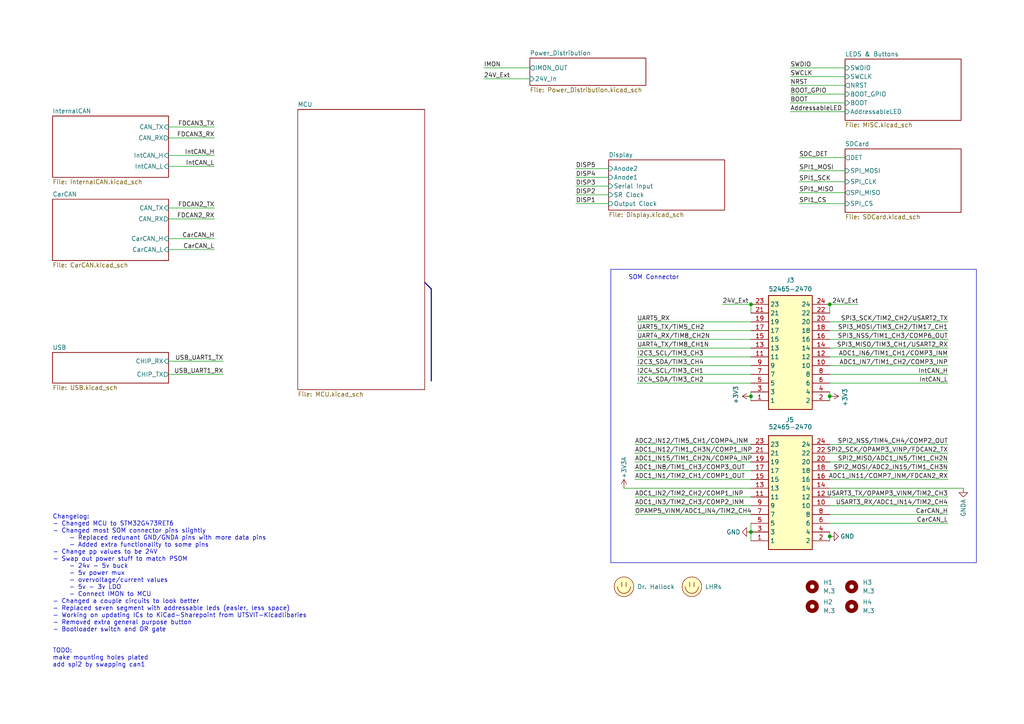
<source format=kicad_sch>
(kicad_sch (version 20250114) (generator "eeschema") (generator_version "9.0")
  (paper "A4")
  (lib_symbols
    (symbol "LSOM_DaughterConn_1"
      (symbol "LSOM_DaughterConn_1_1_1"
        (rectangle (start -14.478 -10.16) (end 14.478 -63.5) (stroke (width 0.254)) (fill (type background)))
        (polyline (pts (xy 0 -20.066) (xy 0 -14.732)))
        (polyline (pts (xy 0 -33.274) (xy 0 -23.368)))
        (polyline (pts (xy 0 -46.482) (xy 0 -36.83)))
        (polyline (pts (xy 0 -59.944) (xy 0 -49.784)))
        (text "UART" (at -1.524 -27.686 900) (effects (font (size 1.27 1.27))))
        (text "I2C" (at -1.524 -41.402 900) (effects (font (size 1.27 1.27))))
        (text "SPI" (at -1.524 -54.864 900) (effects (font (size 1.27 1.27))))
        (text "ADC" (at -1.27 -17.272 900) (effects (font (size 1.27 1.27))))
        (text "Part A" (at 0 -11.43 0) (effects (font (size 1.27 1.27))))
        (pin output line (at -19.812 -38.862 0) (length 5.08) (name "+3.3V") (number "1"))
        (pin output line (at -19.812 -41.402 0) (length 5.08) (name "+3.3V") (number "2"))
        (pin output line (at -19.812 -43.942 0) (length 5.08) (name "+3.3V") (number "3"))
        (pin output line (at -19.812 -46.482 0) (length 5.08) (name "+3.3V") (number "4"))
        (pin input line (at -19.558 -17.526 0) (length 5.08) (name "24VExt") (number "21"))
        (pin input line (at -19.558 -20.066 0) (length 5.08) (name "24VExt") (number "22"))
        (pin input line (at -19.558 -22.606 0) (length 5.08) (name "24VExt") (number "23"))
        (pin input line (at -19.558 -25.146 0) (length 5.08) (name "24VExt") (number "24"))
        (pin input line (at -19.558 -30.734 0) (length 5.08) (name "IntCAN_L") (number "8"))
        (pin input line (at -19.558 -33.274 0) (length 5.08) (name "IntCAN_H") (number "6"))
        (pin no_connect line (at -19.558 -51.816 0) (length 5.08) (name "MNT") (number "49"))
        (pin no_connect line (at -19.558 -54.356 0) (length 5.08) (name "MNT") (number "50"))
        (pin no_connect line (at -19.558 -56.642 0) (length 5.08) (name "MNT") (number "51"))
        (pin no_connect line (at -19.558 -58.928 0) (length 5.08) (name "MNT") (number "52"))
        (pin input line (at 19.558 -16.256 180) (length 5.08) (name "ADC1_IN7") (number "10"))
        (pin input line (at 19.558 -18.796 180) (length 5.08) (name "ADC1_IN6") (number "12"))
        (pin bidirectional line (at 19.558 -24.384 180) (length 5.08) (name "UART4_TX") (number "13"))
        (pin bidirectional line (at 19.558 -26.924 180) (length 5.08) (name "UART4_RX") (number "15"))
        (pin bidirectional line (at 19.558 -29.464 180) (length 5.08) (name "UART5_TX") (number "17"))
        (pin bidirectional line (at 19.558 -32.004 180) (length 5.08) (name "UART5_RX") (number "19"))
        (pin bidirectional line (at 19.558 -37.846 180) (length 5.08) (name "I2C4_SDA") (number "5"))
        (pin input line (at 19.558 -40.386 180) (length 5.08) (name "I2C4_SCL") (number "7"))
        (pin bidirectional line (at 19.558 -42.926 180) (length 5.08) (name "I2C3_SDA") (number "9"))
        (pin input line (at 19.558 -45.466 180) (length 5.08) (name "I2C3_SCL") (number "11"))
        (pin input line (at 19.558 -51.054 180) (length 5.08) (name "SPI3_MISO") (number "14"))
        (pin output line (at 19.558 -53.594 180) (length 5.08) (name "SPI3_NSS") (number "16"))
        (pin output line (at 19.558 -56.134 180) (length 5.08) (name "SPI3_MOSI") (number "18"))
        (pin output line (at 19.558 -58.166 180) (length 5.08) (name "SPI3_SCK") (number "20"))
      )
      (symbol "LSOM_DaughterConn_1_2_1"
        (rectangle (start -14.478 -10.16) (end 14.478 -63.246) (stroke (width 0.254)) (fill (type background)))
        (polyline (pts (xy 0 -36.576) (xy 0 -13.716)))
        (polyline (pts (xy 0 -45.974) (xy 0 -40.132)))
        (polyline (pts (xy 0 -59.436) (xy 0 -49.784)))
        (text "ADC" (at -1.27 -25.908 900) (effects (font (size 1.27 1.27))))
        (text "USART" (at -1.27 -43.18 900) (effects (font (size 1.27 1.27))))
        (text "SPI" (at -1.27 -54.61 900) (effects (font (size 1.27 1.27))))
        (text "Part B" (at 0 -11.938 0) (effects (font (size 1.27 1.27))))
        (pin output line (at -19.558 -16.51 0) (length 5.08) (name "+3.3VA") (number "37"))
        (pin input line (at -19.558 -22.86 0) (length 5.08) (name "CarCAN_L") (number "32"))
        (pin input line (at -19.558 -25.4 0) (length 5.08) (name "CarCAN_H") (number "30"))
        (pin input line (at -19.558 -38.1 0) (length 5.08) (name "GNDA") (number "38"))
        (pin input line (at -19.558 -44.45 0) (length 5.08) (name "GND") (number "25"))
        (pin input line (at -19.558 -46.99 0) (length 5.08) (name "GND") (number "26"))
        (pin input line (at -19.558 -49.53 0) (length 5.08) (name "GND") (number "27"))
        (pin input line (at -19.558 -52.07 0) (length 5.08) (name "GND") (number "28"))
        (pin input line (at -19.558 -54.61 0) (length 5.08) (name "GND") (number "29"))
        (pin input line (at 19.558 -15.24 180) (length 5.08) (name "OPAMP5_VINM") (number "31"))
        (pin output line (at 19.558 -17.78 180) (length 5.08) (name "ADC1_IN3") (number "33"))
        (pin output line (at 19.558 -20.32 180) (length 5.08) (name "ADC1_IN2") (number "35"))
        (pin output line (at 19.558 -22.86 180) (length 5.08) (name "ADC1_IN1") (number "39"))
        (pin input line (at 19.558 -25.4 180) (length 5.08) (name "ADC1_IN11") (number "40"))
        (pin input line (at 19.558 -27.94 180) (length 5.08) (name "ADC1_IN8") (number "41"))
        (pin input line (at 19.558 -30.48 180) (length 5.08) (name "ADC1_IN15") (number "43"))
        (pin output line (at 19.558 -33.02 180) (length 5.08) (name "ADC1_IN12") (number "45"))
        (pin output line (at 19.558 -35.56 180) (length 5.08) (name "ADC2_IN12") (number "47"))
        (pin output line (at 19.558 -41.91 180) (length 5.08) (name "USART3_RX") (number "34"))
        (pin output line (at 19.558 -44.45 180) (length 5.08) (name "USART3_TX") (number "36"))
        (pin output line (at 19.558 -50.8 180) (length 5.08) (name "SPI2_MOSI") (number "42"))
        (pin input line (at 19.558 -53.34 180) (length 5.08) (name "SPI2_MISO") (number "44"))
        (pin output line (at 19.558 -55.88 180) (length 5.08) (name "SPI2_SCK") (number "46"))
        (pin output line (at 19.558 -58.42 180) (length 5.08) (name "SPI2_NSS") (number "48"))
      )
    )
    (symbol "Mechanical:MountingHole" (pin_names (offset 1.016)) (exclude_from_sim yes) (in_bom no)
      (property "Reference" "H" (at 0 5.08 0))
      (property "Value" "MountingHole" (at 0 3.175 0))
      (symbol "MountingHole_0_1"
        (circle (center 0 0) (radius 1.27) (stroke (width 1.27)))
      )
    )
    (symbol "UTSVT-Connectors:52465-2470"
      (property "Reference" "J" (at 10.16 7.366 0))
      (property "Value" "52465-2470" (at 5.334 4.826 0))
      (symbol "52465-2470_1_1"
        (rectangle (start 5.08 2.54) (end 17.78 -30.48) (stroke (width 0.254)) (fill (type background)))
        (pin passive line (at 0 0 0) (length 5.08) (name "23") (number "23"))
        (pin passive line (at 0 -2.54 0) (length 5.08) (name "21") (number "21"))
        (pin passive line (at 0 -5.08 0) (length 5.08) (name "19") (number "19"))
        (pin passive line (at 0 -7.62 0) (length 5.08) (name "17") (number "17"))
        (pin passive line (at 0 -10.16 0) (length 5.08) (name "15") (number "15"))
        (pin passive line (at 0 -12.7 0) (length 5.08) (name "13") (number "13"))
        (pin passive line (at 0 -15.24 0) (length 5.08) (name "11") (number "11"))
        (pin passive line (at 0 -17.78 0) (length 5.08) (name "9") (number "9"))
        (pin passive line (at 0 -20.32 0) (length 5.08) (name "7") (number "7"))
        (pin passive line (at 0 -22.86 0) (length 5.08) (name "5") (number "5"))
        (pin passive line (at 0 -25.4 0) (length 5.08) (name "3") (number "3"))
        (pin passive line (at 0 -27.94 0) (length 5.08) (name "1") (number "1"))
        (pin passive line (at 22.86 0 180) (length 5.08) (name "24") (number "24"))
        (pin passive line (at 22.86 -2.54 180) (length 5.08) (name "22") (number "22"))
        (pin passive line (at 22.86 -5.08 180) (length 5.08) (name "20") (number "20"))
        (pin passive line (at 22.86 -7.62 180) (length 5.08) (name "18") (number "18"))
        (pin passive line (at 22.86 -10.16 180) (length 5.08) (name "16") (number "16"))
        (pin passive line (at 22.86 -12.7 180) (length 5.08) (name "14") (number "14"))
        (pin passive line (at 22.86 -15.24 180) (length 5.08) (name "12") (number "12"))
        (pin passive line (at 22.86 -17.78 180) (length 5.08) (name "10") (number "10"))
        (pin passive line (at 22.86 -20.32 180) (length 5.08) (name "8") (number "8"))
        (pin passive line (at 22.86 -22.86 180) (length 5.08) (name "6") (number "6"))
        (pin passive line (at 22.86 -25.4 180) (length 5.08) (name "4") (number "4"))
        (pin passive line (at 22.86 -27.94 180) (length 5.08) (name "2") (number "2"))
      )
    )
    (symbol "UTSVT-Connectors:LSOM_DaughterConn"
      (symbol "LSOM_DaughterConn_1_1"
        (rectangle (start -14.478 -10.16) (end 14.478 -63.5) (stroke (width 0.254)) (fill (type background)))
        (polyline (pts (xy 0 -20.066) (xy 0 -14.732)))
        (polyline (pts (xy 0 -33.274) (xy 0 -23.368)))
        (polyline (pts (xy 0 -46.482) (xy 0 -36.83)))
        (polyline (pts (xy 0 -59.944) (xy 0 -49.784)))
        (text "UART" (at -1.524 -27.686 900) (effects (font (size 1.27 1.27))))
        (text "I2C" (at -1.524 -41.402 900) (effects (font (size 1.27 1.27))))
        (text "SPI" (at -1.524 -54.864 900) (effects (font (size 1.27 1.27))))
        (text "ADC" (at -1.27 -17.272 900) (effects (font (size 1.27 1.27))))
        (text "Part A" (at 0 -11.43 0) (effects (font (size 1.27 1.27))))
        (pin output line (at -19.812 -38.862 0) (length 5.08) (name "+3.3V") (number "1"))
        (pin output line (at -19.812 -41.402 0) (length 5.08) (name "+3.3V") (number "2"))
        (pin output line (at -19.812 -43.942 0) (length 5.08) (name "+3.3V") (number "3"))
        (pin output line (at -19.812 -46.482 0) (length 5.08) (name "+3.3V") (number "4"))
        (pin input line (at -19.558 -17.526 0) (length 5.08) (name "24VExt") (number "21"))
        (pin input line (at -19.558 -20.066 0) (length 5.08) (name "24VExt") (number "22"))
        (pin input line (at -19.558 -22.606 0) (length 5.08) (name "24VExt") (number "23"))
        (pin input line (at -19.558 -25.146 0) (length 5.08) (name "24VExt") (number "24"))
        (pin input line (at -19.558 -30.734 0) (length 5.08) (name "IntCAN_L") (number "8"))
        (pin input line (at -19.558 -33.274 0) (length 5.08) (name "IntCAN_H") (number "6"))
        (pin no_connect line (at -19.558 -51.816 0) (length 5.08) (name "MNT") (number "49"))
        (pin no_connect line (at -19.558 -54.356 0) (length 5.08) (name "MNT") (number "50"))
        (pin no_connect line (at -19.558 -56.642 0) (length 5.08) (name "MNT") (number "51"))
        (pin no_connect line (at -19.558 -58.928 0) (length 5.08) (name "MNT") (number "52"))
        (pin input line (at 19.558 -16.256 180) (length 5.08) (name "ADC1_IN7") (number "10"))
        (pin input line (at 19.558 -18.796 180) (length 5.08) (name "ADC1_IN6") (number "12"))
        (pin bidirectional line (at 19.558 -24.384 180) (length 5.08) (name "UART4_TX") (number "13"))
        (pin bidirectional line (at 19.558 -26.924 180) (length 5.08) (name "UART4_RX") (number "15"))
        (pin bidirectional line (at 19.558 -29.464 180) (length 5.08) (name "UART5_TX") (number "17"))
        (pin bidirectional line (at 19.558 -32.004 180) (length 5.08) (name "UART5_RX") (number "19"))
        (pin bidirectional line (at 19.558 -37.846 180) (length 5.08) (name "I2C4_SDA") (number "5"))
        (pin input line (at 19.558 -40.386 180) (length 5.08) (name "I2C4_SCL") (number "7"))
        (pin bidirectional line (at 19.558 -42.926 180) (length 5.08) (name "I2C3_SDA") (number "9"))
        (pin input line (at 19.558 -45.466 180) (length 5.08) (name "I2C3_SCL") (number "11"))
        (pin input line (at 19.558 -51.054 180) (length 5.08) (name "SPI3_MISO") (number "14"))
        (pin output line (at 19.558 -53.594 180) (length 5.08) (name "SPI3_NSS") (number "16"))
        (pin output line (at 19.558 -56.134 180) (length 5.08) (name "SPI3_MOSI") (number "18"))
        (pin output line (at 19.558 -58.166 180) (length 5.08) (name "SPI3_SCK") (number "20"))
      )
      (symbol "LSOM_DaughterConn_2_1"
        (rectangle (start -14.478 -10.16) (end 14.478 -63.246) (stroke (width 0.254)) (fill (type background)))
        (polyline (pts (xy 0 -36.576) (xy 0 -13.716)))
        (polyline (pts (xy 0 -45.974) (xy 0 -40.132)))
        (polyline (pts (xy 0 -59.436) (xy 0 -49.784)))
        (text "ADC" (at -1.27 -25.908 900) (effects (font (size 1.27 1.27))))
        (text "USART" (at -1.27 -43.18 900) (effects (font (size 1.27 1.27))))
        (text "SPI" (at -1.27 -54.61 900) (effects (font (size 1.27 1.27))))
        (text "Part B" (at 0 -11.938 0) (effects (font (size 1.27 1.27))))
        (pin output line (at -19.558 -16.51 0) (length 5.08) (name "+3.3VA") (number "37"))
        (pin input line (at -19.558 -22.86 0) (length 5.08) (name "CarCAN_L") (number "32"))
        (pin input line (at -19.558 -25.4 0) (length 5.08) (name "CarCAN_H") (number "30"))
        (pin input line (at -19.558 -38.1 0) (length 5.08) (name "GNDA") (number "38"))
        (pin input line (at -19.558 -44.45 0) (length 5.08) (name "GND") (number "25"))
        (pin input line (at -19.558 -46.99 0) (length 5.08) (name "GND") (number "26"))
        (pin input line (at -19.558 -49.53 0) (length 5.08) (name "GND") (number "27"))
        (pin input line (at -19.558 -52.07 0) (length 5.08) (name "GND") (number "28"))
        (pin input line (at -19.558 -54.61 0) (length 5.08) (name "GND") (number "29"))
        (pin input line (at 19.558 -15.24 180) (length 5.08) (name "OPAMP5_VINM") (number "31"))
        (pin output line (at 19.558 -17.78 180) (length 5.08) (name "ADC1_IN3") (number "33"))
        (pin output line (at 19.558 -20.32 180) (length 5.08) (name "ADC1_IN2") (number "35"))
        (pin output line (at 19.558 -22.86 180) (length 5.08) (name "ADC1_IN1") (number "39"))
        (pin input line (at 19.558 -25.4 180) (length 5.08) (name "ADC1_IN11") (number "40"))
        (pin input line (at 19.558 -27.94 180) (length 5.08) (name "ADC1_IN8") (number "41"))
        (pin input line (at 19.558 -30.48 180) (length 5.08) (name "ADC1_IN15") (number "43"))
        (pin output line (at 19.558 -33.02 180) (length 5.08) (name "ADC1_IN12") (number "45"))
        (pin output line (at 19.558 -35.56 180) (length 5.08) (name "ADC2_IN12") (number "47"))
        (pin output line (at 19.558 -41.91 180) (length 5.08) (name "USART3_RX") (number "34"))
        (pin output line (at 19.558 -44.45 180) (length 5.08) (name "USART3_TX") (number "36"))
        (pin output line (at 19.558 -50.8 180) (length 5.08) (name "SPI2_MOSI") (number "42"))
        (pin input line (at 19.558 -53.34 180) (length 5.08) (name "SPI2_MISO") (number "44"))
        (pin output line (at 19.558 -55.88 180) (length 5.08) (name "SPI2_SCK") (number "46"))
        (pin output line (at 19.558 -58.42 180) (length 5.08) (name "SPI2_NSS") (number "48"))
      )
    )
    (symbol "UTSVT-Misc:Logo_Placeholder" (pin_names (offset 1.016))
      (property "Value" "Dr. Hallock" (at 3.556 0 0))
      (symbol "Logo_Placeholder_0_1"
        (polyline (pts (xy -0.635 1.27) (xy -0.635 0)))
        (arc (start 1.905 0) (mid 0 -1.8967) (end -1.905 0))
        (circle (center 0 0) (radius 2.8448) (fill (type background)))
        (polyline (pts (xy 0.635 1.27) (xy 0.635 0)))
      )
    )
    (symbol "power:+3.3V" (power) (pin_numbers (hide yes)) (pin_names (offset 0) (hide yes))
      (property "Value" "+3.3V" (at 0 3.556 0))
      (symbol "+3.3V_0_1"
        (polyline (pts (xy -0.762 1.27) (xy 0 2.54)))
        (polyline (pts (xy 0 2.54) (xy 0.762 1.27)))
        (polyline (pts (xy 0 0) (xy 0 2.54)))
      )
      (symbol "+3.3V_1_1"
        (pin power_in line (at 0 0 90) (length 0) (name "~") (number "1"))
      )
    )
    (symbol "power:+3.3VA" (power) (pin_numbers (hide yes)) (pin_names (offset 0) (hide yes))
      (property "Value" "+3.3VA" (at 0 3.556 0))
      (symbol "+3.3VA_0_1"
        (polyline (pts (xy -0.762 1.27) (xy 0 2.54)))
        (polyline (pts (xy 0 2.54) (xy 0.762 1.27)))
        (polyline (pts (xy 0 0) (xy 0 2.54)))
      )
      (symbol "+3.3VA_1_1"
        (pin power_in line (at 0 0 90) (length 0) (name "~") (number "1"))
      )
    )
    (symbol "power:GND" (power) (pin_numbers (hide yes)) (pin_names (offset 0) (hide yes))
      (property "Value" "GND" (at 0 -3.81 0))
      (symbol "GND_0_1"
        (polyline (pts (xy 0 0) (xy 0 -1.27) (xy 1.27 -1.27) (xy 0 -2.54) (xy -1.27 -1.27) (xy 0 -1.27)))
      )
      (symbol "GND_1_1"
        (pin power_in line (at 0 0 270) (length 0) (name "~") (number "1"))
      )
    )
    (symbol "power:GNDA" (power) (pin_numbers (hide yes)) (pin_names (offset 0) (hide yes))
      (property "Value" "GNDA" (at 0 -3.81 0))
      (symbol "GNDA_0_1"
        (polyline (pts (xy 0 0) (xy 0 -1.27) (xy 1.27 -1.27) (xy 0 -2.54) (xy -1.27 -1.27) (xy 0 -1.27)))
      )
      (symbol "GNDA_1_1"
        (pin power_in line (at 0 0 270) (length 0) (name "~") (number "1"))
      )
    )
  )
  (rectangle (start 177.165 78.105) (end 283.21 163.195))
  (text "Changelog:\n- Changed MCU to STM32G473RET6\n- Changed most SOM connector pins slightly\n	- Replaced redunant GND/GNDA pins with more data pins\n	- Added extra functionality to some pins\n- Change pp values to be 24V\n- Swap out power stuff to match PSOM\n	- 24v - 5v buck\n	- 5v power mux\n	- overvoltage/current values\n	- 5v - 3v LDO\n	- Connect IMON to MCU\n- Changed a couple circuits to look better\n- Replaced seven segment with addressable leds (easier, less space)\n- Working on updating ICs to KiCad-Sharepoint from UTSVIT-Kicadlibaries\n- Removed extra general purpose button\n- Bootloader switch and OR gate\n\n\nTODO: \nmake mounting holes plated\nadd spi2 by swapping can1" (at 15.24 149.225 0) (effects (font (size 1.27 1.27)) (justify left top)))
  (text "SOM Connector" (at 182.245 81.28 0) (effects (font (size 1.27 1.27)) (justify left bottom)))
  (junction (at 217.805 88.265))
  (junction (at 240.665 88.265))
  (junction (at 217.805 154.305))
  (junction (at 217.805 114.935))
  (junction (at 240.665 114.935))
  (junction (at 240.665 155.575))
  (wire (pts (xy 245.11 52.705) (xy 231.775 52.705)))
  (wire (pts (xy 184.15 133.985) (xy 217.805 133.985)))
  (wire (pts (xy 209.55 88.265) (xy 217.805 88.265)))
  (wire (pts (xy 48.895 63.5) (xy 62.23 63.5)))
  (wire (pts (xy 240.665 100.965) (xy 274.955 100.965)))
  (wire (pts (xy 184.785 111.125) (xy 217.805 111.125)))
  (wire (pts (xy 184.785 98.425) (xy 217.805 98.425)))
  (wire (pts (xy 184.785 108.585) (xy 217.805 108.585)))
  (wire (pts (xy 245.11 22.225) (xy 229.235 22.225)))
  (wire (pts (xy 240.665 111.125) (xy 274.955 111.125)))
  (wire (pts (xy 229.235 19.685) (xy 245.11 19.685)))
  (wire (pts (xy 240.665 106.045) (xy 274.955 106.045)))
  (wire (pts (xy 245.11 55.88) (xy 231.775 55.88)))
  (wire (pts (xy 184.785 95.885) (xy 217.805 95.885)))
  (wire (pts (xy 48.895 69.215) (xy 62.23 69.215)))
  (wire (pts (xy 217.805 88.265) (xy 217.805 90.805)))
  (wire (pts (xy 184.15 146.685) (xy 217.805 146.685)))
  (wire (pts (xy 153.67 19.685) (xy 140.335 19.685)))
  (wire (pts (xy 48.895 45.085) (xy 62.23 45.085)))
  (wire (pts (xy 240.665 151.765) (xy 274.955 151.765)))
  (bus (pts (xy 123.19 81.915) (xy 125.095 83.82)))
  (wire (pts (xy 48.895 36.83) (xy 62.23 36.83)))
  (wire (pts (xy 245.11 49.53) (xy 231.775 49.53)))
  (wire (pts (xy 176.53 53.975) (xy 167.005 53.975)))
  (wire (pts (xy 240.665 136.525) (xy 274.955 136.525)))
  (wire (pts (xy 167.005 59.055) (xy 176.53 59.055)))
  (wire (pts (xy 217.805 151.765) (xy 217.805 154.305)))
  (wire (pts (xy 240.665 98.425) (xy 274.955 98.425)))
  (wire (pts (xy 48.895 60.325) (xy 62.23 60.325)))
  (wire (pts (xy 279.4 141.605) (xy 240.665 141.605)))
  (wire (pts (xy 217.805 154.305) (xy 217.805 156.845)))
  (wire (pts (xy 176.53 56.515) (xy 167.005 56.515)))
  (bus (pts (xy 125.095 83.82) (xy 125.095 110.49)))
  (wire (pts (xy 240.665 128.905) (xy 274.955 128.905)))
  (wire (pts (xy 240.665 149.225) (xy 274.955 149.225)))
  (wire (pts (xy 184.15 144.145) (xy 217.805 144.145)))
  (wire (pts (xy 240.665 113.665) (xy 240.665 114.935)))
  (wire (pts (xy 240.665 103.505) (xy 274.955 103.505)))
  (wire (pts (xy 184.785 93.345) (xy 217.805 93.345)))
  (wire (pts (xy 153.67 22.86) (xy 140.335 22.86)))
  (wire (pts (xy 240.665 95.885) (xy 274.955 95.885)))
  (wire (pts (xy 245.11 45.72) (xy 231.775 45.72)))
  (wire (pts (xy 184.15 149.225) (xy 217.805 149.225)))
  (wire (pts (xy 176.53 48.895) (xy 167.005 48.895)))
  (wire (pts (xy 240.665 155.575) (xy 240.665 156.845)))
  (wire (pts (xy 240.665 146.685) (xy 274.955 146.685)))
  (wire (pts (xy 48.895 104.775) (xy 64.77 104.775)))
  (wire (pts (xy 245.11 24.765) (xy 229.235 24.765)))
  (wire (pts (xy 184.15 128.905) (xy 217.805 128.905)))
  (wire (pts (xy 184.15 131.445) (xy 217.805 131.445)))
  (wire (pts (xy 184.785 103.505) (xy 217.805 103.505)))
  (wire (pts (xy 245.11 32.385) (xy 229.235 32.385)))
  (wire (pts (xy 240.665 108.585) (xy 274.955 108.585)))
  (wire (pts (xy 217.805 114.935) (xy 217.805 116.205)))
  (wire (pts (xy 48.895 72.39) (xy 62.23 72.39)))
  (wire (pts (xy 240.665 144.145) (xy 274.955 144.145)))
  (wire (pts (xy 176.53 51.435) (xy 167.005 51.435)))
  (wire (pts (xy 180.975 141.605) (xy 217.805 141.605)))
  (wire (pts (xy 240.665 93.345) (xy 274.955 93.345)))
  (wire (pts (xy 184.15 136.525) (xy 217.805 136.525)))
  (wire (pts (xy 240.665 131.445) (xy 274.955 131.445)))
  (wire (pts (xy 184.785 106.045) (xy 217.805 106.045)))
  (wire (pts (xy 240.665 154.305) (xy 240.665 155.575)))
  (wire (pts (xy 240.665 133.985) (xy 274.955 133.985)))
  (wire (pts (xy 245.11 29.845) (xy 229.235 29.845)))
  (wire (pts (xy 245.11 27.305) (xy 229.235 27.305)))
  (wire (pts (xy 48.895 40.005) (xy 62.23 40.005)))
  (wire (pts (xy 240.665 139.065) (xy 274.955 139.065)))
  (wire (pts (xy 240.665 114.935) (xy 240.665 116.205)))
  (wire (pts (xy 48.895 48.26) (xy 62.23 48.26)))
  (wire (pts (xy 48.895 108.585) (xy 64.77 108.585)))
  (wire (pts (xy 240.665 88.265) (xy 240.665 90.805)))
  (wire (pts (xy 184.15 139.065) (xy 217.805 139.065)))
  (wire (pts (xy 245.11 59.055) (xy 231.775 59.055)))
  (wire (pts (xy 240.665 88.265) (xy 248.92 88.265)))
  (wire (pts (xy 217.805 113.665) (xy 217.805 114.935)))
  (wire (pts (xy 184.785 100.965) (xy 217.805 100.965)))
  (label "IntCAN_L" (at 62.23 48.26 180))
  (label "ADC1_IN3{slash}TIM2_CH3{slash}COMP2_INM" (at 184.15 146.685 0))
  (label "FDCAN3_TX" (at 62.23 36.83 180))
  (label "DISP1" (at 167.005 59.055 0))
  (label "IntCAN_L" (at 274.955 111.125 180))
  (label "I2C4_SDA{slash}TIM3_CH2" (at 184.785 111.125 0))
  (label "I2C3_SCL{slash}TIM3_CH3" (at 184.785 103.505 0))
  (label "SDC_DET" (at 231.775 45.72 0))
  (label "SWCLK" (at 229.235 22.225 0))
  (label "SPI3_SCK{slash}TIM2_CH2{slash}USART2_TX" (at 274.955 93.345 180))
  (label "IntCAN_H" (at 62.23 45.085 180))
  (label "ADC1_IN2{slash}TIM2_CH2{slash}COMP1_INP" (at 184.15 144.145 0))
  (label "CarCAN_L" (at 62.23 72.39 180))
  (label "ADC2_IN12{slash}TIM5_CH1{slash}COMP4_INM" (at 184.15 128.905 0))
  (label "NRST" (at 229.235 24.765 0))
  (label "ADC1_IN15{slash}TIM1_CH2N{slash}COMP4_INP" (at 184.15 133.985 0))
  (label "ADC1_IN6{slash}TIM1_CH1{slash}COMP3_INM" (at 274.955 103.505 180))
  (label "FDCAN3_RX" (at 62.23 40.005 180))
  (label "UART5_TX{slash}TIM5_CH2" (at 184.785 95.885 0))
  (label "USART3_RX{slash}ADC1_IN14{slash}TIM2_CH4" (at 274.955 146.685 180))
  (label "CarCAN_L" (at 274.955 151.765 180))
  (label "CarCAN_H" (at 274.955 149.225 180))
  (label "SPI1_CS" (at 231.775 59.055 0))
  (label "USB_UART1_TX" (at 64.77 104.775 180))
  (label "DISP5" (at 167.005 48.895 0))
  (label "IMON" (at 140.335 19.685 0))
  (label "BOOT_GPIO" (at 229.235 27.305 0))
  (label "24V_Ext" (at 140.335 22.86 0))
  (label "ADC1_IN11{slash}COMP7_INM{slash}FDCAN2_RX" (at 274.955 139.065 180))
  (label "24V_Ext" (at 209.55 88.265 0))
  (label "SPI3_NSS{slash}TIM1_CH3{slash}COMP6_OUT" (at 274.955 98.425 180))
  (label "ADC1_IN12{slash}TIM1_CH3N{slash}COMP1_INP" (at 184.15 131.445 0))
  (label "24V_Ext" (at 248.92 88.265 180))
  (label "ADC1_IN8{slash}TIM1_CH3{slash}COMP3_OUT" (at 184.15 136.525 0))
  (label "SPI1_SCK" (at 231.775 52.705 0))
  (label "SPI2_NSS{slash}TIM4_CH4{slash}COMP2_OUT" (at 274.955 128.905 180))
  (label "OPAMP5_VINM{slash}ADC1_IN4{slash}TIM2_CH4" (at 184.15 149.225 0))
  (label "ADC1_IN7{slash}TIM1_CH2{slash}COMP3_INP" (at 274.955 106.045 180))
  (label "UART4_RX{slash}TIM8_CH2N" (at 184.785 98.425 0))
  (label "I2C4_SCL{slash}TIM3_CH1" (at 184.785 108.585 0))
  (label "SPI2_MOSI{slash}ADC2_IN15{slash}TIM1_CH3N" (at 274.955 136.525 180))
  (label "USB_UART1_RX" (at 64.77 108.585 180))
  (label "IntCAN_H" (at 274.955 108.585 180))
  (label "DISP3" (at 167.005 53.975 0))
  (label "SPI1_MISO" (at 231.775 55.88 0))
  (label "SPI2_SCK{slash}OPAMP3_VINP{slash}FDCAN2_TX" (at 274.955 131.445 180))
  (label "FDCAN2_RX" (at 62.23 63.5 180))
  (label "UART5_RX" (at 184.785 93.345 0))
  (label "I2C3_SDA{slash}TIM3_CH4" (at 184.785 106.045 0))
  (label "SPI2_MISO{slash}ADC1_IN5{slash}TIM1_CH2N" (at 274.955 133.985 180))
  (label "ADC1_IN1{slash}TIM2_CH1{slash}COMP1_OUT" (at 184.15 139.065 0))
  (label "BOOT" (at 229.235 29.845 0))
  (label "CarCAN_H" (at 62.23 69.215 180))
  (label "SWDIO" (at 229.235 19.685 0))
  (label "FDCAN2_TX" (at 62.23 60.325 180))
  (label "AddressableLED" (at 229.235 32.385 0))
  (label "USART3_TX{slash}OPAMP3_VINM{slash}TIM2_CH3" (at 274.955 144.145 180))
  (label "DISP2" (at 167.005 56.515 0))
  (label "SPI1_MOSI" (at 231.775 49.53 0))
  (label "SPI3_MISO{slash}TIM3_CH1{slash}USART2_RX" (at 274.955 100.965 180))
  (label "UART4_TX{slash}TIM8_CH1N" (at 184.785 100.965 0))
  (label "DISP4" (at 167.005 51.435 0))
  (label "SPI3_MOSI{slash}TIM3_CH2{slash}TIM17_CH1" (at 274.955 95.885 180))
  (symbol (lib_id "UTSVT-Connectors:52465-2470") (at 217.805 128.905 0) (unit 1)
    (property "Reference" "J5" (at 229.108 121.793 0))
    (property "Value" "52465-2470" (at 229.235 123.825 0))
    (property "Footprint" "UTSVT_Connectors:524652470" (effects (hide yes)))
    (property "Datasheet" "https://www.molex.com/pdm_docs/sd/524652470_sd.pdf" (effects (hide yes)))
    (property "Description" "24 pin board-board connector" (effects (hide yes)))
    (property "Height" "3.55" (effects (hide yes)))
    (property "Mouser Part Number" "538-52465-2470" (effects (hide yes)))
    (property "Mouser Price/Stock" "https://www.mouser.co.uk/ProductDetail/Molex/52465-2470?qs=sEN%2FkO1EG6Yhu4DkZwbE7Q%3D%3D" (effects (hide yes)))
    (property "Manufacturer_Name" "Molex" (effects (hide yes)))
    (property "P/N" "52465-2470" (effects (hide yes)))
  )
  (symbol (lib_id "power:+3.3V") (at 240.665 114.935 270) (unit 1)
    (property "Reference" "#PWR0142" (effects (hide yes)))
    (property "Value" "+3V3" (at 245.0592 115.316 0))
    (property "Description" "Power symbol creates a global label with name \"+3.3V\"" (effects (hide yes)))
  )
  (symbol (lib_id "power:GND") (at 217.805 154.305 270) (unit 1)
    (property "Reference" "#PWR085" (effects (hide yes)))
    (property "Value" "GND" (at 212.725 154.305 90))
    (property "Description" "Power symbol creates a global label with name \"GND\" , ground" (effects (hide yes)))
  )
  (symbol (lib_id "power:GND") (at 240.665 155.575 90) (unit 1)
    (property "Reference" "#PWR086" (effects (hide yes)))
    (property "Value" "GND" (at 245.745 155.575 90))
    (property "Description" "Power symbol creates a global label with name \"GND\" , ground" (effects (hide yes)))
  )
  (symbol (lib_id "Mechanical:MountingHole") (at 235.585 175.895 0) (unit 1)
    (property "Reference" "H2" (at 238.76 174.625 0) (effects (justify left)))
    (property "Value" "M.3" (at 238.76 177.165 0) (effects (justify left)))
    (property "Footprint" "MountingHole:MountingHole_3.2mm_M3" (effects (hide yes)))
    (property "Description" "Mounting Hole without connection" (effects (hide yes)))
  )
  (symbol (lib_id "UTSVT-Misc:Logo_Placeholder") (at 180.975 170.18 0) (unit 1)
    (property "Reference" "LOGO1" (effects (hide yes)))
    (property "Value" "Dr. Hallock" (at 184.785 170.1799 0) (effects (justify left)))
    (property "Footprint" "UTSVT_Logos:Hallock_Image_Tiny" (effects (hide yes)))
    (property "Description" "Graph footprint placeholder" (effects (hide yes)))
  )
  (symbol (lib_id "Mechanical:MountingHole") (at 247.015 175.895 0) (unit 1)
    (property "Reference" "H4" (at 250.19 174.625 0) (effects (justify left)))
    (property "Value" "M.3" (at 250.19 177.165 0) (effects (justify left)))
    (property "Footprint" "MountingHole:MountingHole_3.2mm_M3" (effects (hide yes)))
    (property "Description" "Mounting Hole without connection" (effects (hide yes)))
  )
  (symbol (lib_name "LSOM_DaughterConn_1") (lib_id "UTSVT-Connectors:LSOM_DaughterConn") (at 317.5 97.79 0) (unit 1)
    (property "Reference" "J?" (effects (hide yes)))
    (property "Value" "~" (at 317.5 106.68 0))
    (property "Datasheet" "https://www.molex.com/en-us/products/part-detail/533072471" (effects (hide yes)))
    (property "Description" "Symbol for both board-to-board connectors from the LeaderSOM" (effects (hide yes)))
  )
  (symbol (lib_id "Mechanical:MountingHole") (at 247.015 170.18 0) (unit 1)
    (property "Reference" "H3" (at 250.19 168.91 0) (effects (justify left)))
    (property "Value" "M.3" (at 250.19 171.45 0) (effects (justify left)))
    (property "Footprint" "MountingHole:MountingHole_3.2mm_M3" (effects (hide yes)))
    (property "Description" "Mounting Hole without connection" (effects (hide yes)))
  )
  (symbol (lib_id "UTSVT-Connectors:52465-2470") (at 217.805 88.265 0) (unit 1)
    (property "Reference" "J3" (at 229.235 81.28 0))
    (property "Value" "52465-2470" (at 229.235 83.82 0))
    (property "Footprint" "UTSVT_Connectors:524652470" (effects (hide yes)))
    (property "Datasheet" "https://www.molex.com/pdm_docs/sd/524652470_sd.pdf" (effects (hide yes)))
    (property "Description" "24 pin board-board connector" (effects (hide yes)))
    (property "Height" "3.55" (effects (hide yes)))
    (property "Mouser Part Number" "538-52465-2470" (effects (hide yes)))
    (property "Mouser Price/Stock" "https://www.mouser.co.uk/ProductDetail/Molex/52465-2470?qs=sEN%2FkO1EG6Yhu4DkZwbE7Q%3D%3D" (effects (hide yes)))
    (property "Manufacturer_Name" "Molex" (effects (hide yes)))
    (property "P/N" "52465-2470" (effects (hide yes)))
  )
  (symbol (lib_id "power:+3.3V") (at 217.805 114.935 90) (unit 1)
    (property "Reference" "#PWR0143" (effects (hide yes)))
    (property "Value" "+3V3" (at 213.4108 114.554 0))
    (property "Description" "Power symbol creates a global label with name \"+3.3V\"" (effects (hide yes)))
  )
  (symbol (lib_id "Mechanical:MountingHole") (at 235.585 170.18 0) (unit 1)
    (property "Reference" "H1" (at 238.76 168.91 0) (effects (justify left)))
    (property "Value" "M.3" (at 238.76 171.45 0) (effects (justify left)))
    (property "Footprint" "MountingHole:MountingHole_3.2mm_M3" (effects (hide yes)))
    (property "Description" "Mounting Hole without connection" (effects (hide yes)))
  )
  (symbol (lib_id "power:GNDA") (at 279.4 141.605 0) (mirror y) (unit 1)
    (property "Reference" "#PWR029" (effects (hide yes)))
    (property "Value" "GNDA" (at 279.4 147.32 90))
    (property "Description" "Power symbol creates a global label with name \"GNDA\" , analog ground" (effects (hide yes)))
  )
  (symbol (lib_id "UTSVT-Connectors:LSOM_DaughterConn") (at 365.76 95.25 0) (unit 2)
    (property "Reference" "J?" (effects (hide yes)))
    (property "Value" "~" (at 365.76 104.14 0))
    (property "Datasheet" "https://www.molex.com/en-us/products/part-detail/533072471" (effects (hide yes)))
    (property "Description" "Symbol for both board-to-board connectors from the LeaderSOM" (effects (hide yes)))
  )
  (symbol (lib_id "UTSVT-Misc:Logo_Placeholder") (at 200.66 170.18 0) (unit 1)
    (property "Reference" "LOGO2" (effects (hide yes)))
    (property "Value" "LHRs" (at 204.47 170.1799 0) (effects (justify left)))
    (property "Footprint" "UTSVT_Logos:LHRs_LOGO" (effects (hide yes)))
    (property "Description" "Graph footprint placeholder" (effects (hide yes)))
  )
  (symbol (lib_id "power:+3.3VA") (at 180.975 141.605 0) (unit 1)
    (property "Reference" "#PWR087" (effects (hide yes)))
    (property "Value" "+3V3A" (at 180.975 135.636 90))
    (property "Description" "Power symbol creates a global label with name \"+3.3VA\"" (effects (hide yes)))
  )
  (sheet (at 153.67 16.8484) (size 33.655 7.9166) (stroke (width 0.1524))
    (property "Sheetname" "Power_Distribution" (at 153.67 16.1368 0) (effects (justify left bottom)))
    (property "Sheetfile" "Power_Distribution.kicad_sch" (at 153.67 25.3496 0) (effects (justify left top)))
    (pin "IMON_OUT" output (at 153.67 19.685 180))
    (pin "24V_In" input (at 153.67 22.86 180))
  )
  (sheet (at 15.24 33.655) (size 33.655 17.78) (stroke (width 0.1524))
    (property "Sheetname" "InternalCAN" (at 15.24 32.9434 0) (effects (justify left bottom)))
    (property "Sheetfile" "InternalCAN.kicad_sch" (at 15.24 52.0196 0) (effects (justify left top)))
    (pin "CAN_TX" input (at 48.895 36.83 0))
    (pin "CAN_RX" output (at 48.895 40.005 0))
    (pin "IntCAN_L" input (at 48.895 48.26 0))
    (pin "IntCAN_H" input (at 48.895 45.085 0))
  )
  (sheet (at 245.11 17.145) (size 33.655 17.78) (stroke (width 0.1524))
    (property "Sheetname" "LEDS & Buttons" (at 245.11 16.4334 0) (effects (justify left bottom)))
    (property "Sheetfile" "MISC.kicad_sch" (at 245.11 35.5096 0) (effects (justify left top)))
    (pin "AddressableLED" input (at 245.11 32.385 180))
    (pin "BOOT" input (at 245.11 29.845 180))
    (pin "BOOT_GPIO" input (at 245.11 27.305 180))
    (pin "NRST" output (at 245.11 24.765 180))
    (pin "SWCLK" input (at 245.11 22.225 180))
    (pin "SWDIO" input (at 245.11 19.685 180))
  )
  (sheet (at 245.11 43.18) (size 33.655 18.415) (stroke (width 0.1524))
    (property "Sheetname" "SDCard" (at 245.11 42.4684 0) (effects (justify left bottom)))
    (property "Sheetfile" "SDCard.kicad_sch" (at 245.11 62.1796 0) (effects (justify left top)))
    (pin "SPI_CS" input (at 245.11 59.055 180))
    (pin "SPI_MISO" output (at 245.11 55.88 180))
    (pin "SPI_MOSI" input (at 245.11 49.53 180))
    (pin "SPI_CLK" input (at 245.11 52.705 180))
    (pin "DET" output (at 245.11 45.72 180))
  )
  (sheet (at 15.24 102.235) (size 33.655 8.89) (stroke (width 0.1524))
    (property "Sheetname" "USB" (at 15.24 101.5234 0) (effects (justify left bottom)))
    (property "Sheetfile" "USB.kicad_sch" (at 15.24 111.7096 0) (effects (justify left top)))
    (pin "CHIP_TX" output (at 48.895 108.585 0))
    (pin "CHIP_RX" input (at 48.895 104.775 0))
  )
  (sheet (at 176.53 46.355) (size 33.655 14.605) (stroke (width 0.1524))
    (property "Sheetname" "Display" (at 176.53 45.6434 0) (effects (justify left bottom)))
    (property "Sheetfile" "Display.kicad_sch" (at 176.53 61.5446 0) (effects (justify left top)))
    (pin "Output Clock" input (at 176.53 59.055 180))
    (pin "Serial Input" input (at 176.53 53.975 180))
    (pin "SR Clock" input (at 176.53 56.515 180))
    (pin "Anode1" input (at 176.53 51.435 180))
    (pin "Anode2" input (at 176.53 48.895 180))
  )
  (sheet (at 15.24 57.785) (size 33.655 17.78) (stroke (width 0.1524))
    (property "Sheetname" "CarCAN" (at 15.24 57.0734 0) (effects (justify left bottom)))
    (property "Sheetfile" "CarCAN.kicad_sch" (at 15.24 76.1496 0) (effects (justify left top)))
    (pin "CAN_RX" output (at 48.895 63.5 0))
    (pin "CAN_TX" input (at 48.895 60.325 0))
    (pin "CarCAN_H" input (at 48.895 69.215 0))
    (pin "CarCAN_L" input (at 48.895 72.39 0))
  )
  (sheet (at 86.36 31.75) (size 36.83 81.28) (stroke (width 0.1524))
    (property "Sheetname" "MCU" (at 86.36 31.0384 0) (effects (justify left bottom)))
    (property "Sheetfile" "MCU.kicad_sch" (at 86.36 113.6146 0) (effects (justify left top)))
  )
)
</source>
